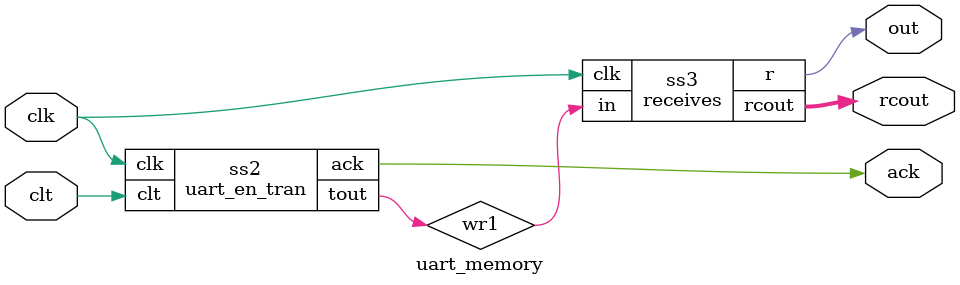
<source format=v>
module uart_en_tran(ack,tout,clk,clt);
  input clk,clt;
  output reg ack=0;
  output reg tout;
  reg [7:0]trout;
  reg [1:0]pstate;
  reg [3:0]cnt = 0;
  reg [3:0]addr=0;
  reg [7:0]mem[0:9];
  parameter ideal=2'b00,active=2'b01,trans=2'b10;
  always @ (posedge clk)
  begin
            mem[0] <= 8'b00000001;
            mem[1] <= 8'b00000011;
            mem[2] <= 8'b00000111;
            mem[3] <= 8'b00001111;
            mem[4] <= 8'b00011111;
            mem[5] <= 8'b00111111;
            mem[6] <= 8'b01111111;
            mem[7] <= 8'b11111111;
            mem[8] <= 8'b10000000;
            mem[9] <= 8'b11000000;
          end
    
  always @ (posedge clk)
  begin
    case (pstate)
     ideal : 
     begin
       if(clt==0)
         tout<=1;
       else if(clt==1)
          begin
            tout <=1;
            pstate <= active ;
            end
          end
    active : 
           begin
            if (addr>=4 && addr <=9)
              begin
              tout <= 0;
           trout <= mem[addr];
            pstate <= trans;
          end
          
          else if(addr>9)
             begin
             addr <= 0;
             ack <=1;
             pstate <= ideal;
            end
            
        else if(addr<4)
          begin
            addr<=addr+1;
            pstate<=ideal;
          end
          end
          
      trans:
       begin 
           
           if(cnt <=7)
             begin
           tout <= trout[cnt];
           cnt <= cnt +1;
             end
           
           else if(cnt>7)
             begin
             cnt<=0;
           tout <= 1;
           addr <= addr+1;
           pstate <= active;
             end
            
          end
          
        default:pstate <= ideal;
         endcase
end
endmodule
module receives (rcout,r,in,clk);
  input clk;
  input in;
  output reg r;
  output  reg [7:0]rcout;
  reg [3:0]cnt =0;
  reg [1:0]pstate;
  parameter ideal = 2'b00,active=2'b01,receive=2'b10;
  always @ (posedge clk)
  begin
    case (pstate)
       ideal : 
          begin
            r<=1;
            pstate <= active ;
          end
       active : 
           begin 
             r<=0;
            pstate <= receive;
          end
      receive:
      begin
       if (cnt <=8)
           begin
           cnt <= cnt+1;
           r <=in;
           rcout[cnt-1]<=r;
          
           end
           else
             begin
             cnt<= 0;
             rcout<=8'b0;
             r<=1;
             pstate<= active;
        end
      end
        default:pstate <= ideal;
         endcase  
end
endmodule
  
  module uart_memory (rcout,ack,out,clk,clt); //uart_4to9tr_mem
  input clk,clt;
  output out,ack;
  output [7:0]rcout;
  wire wr1;
  uart_en_tran ss2(.ack(ack),.tout(wr1),.clk(clk),.clt(clt));
  receives ss3 (.rcout(rcout),.r(out),.in(wr1),.clk(clk));
 endmodule
  

</source>
